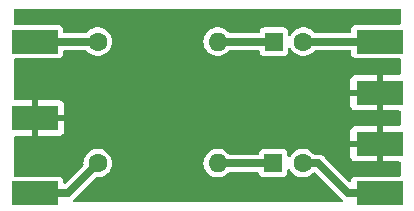
<source format=gbr>
%TF.GenerationSoftware,KiCad,Pcbnew,7.0.7*%
%TF.CreationDate,2023-08-19T03:36:19-07:00*%
%TF.ProjectId,genesis_m2_svideo_simple_standard,67656e65-7369-4735-9f6d-325f73766964,rev?*%
%TF.SameCoordinates,Original*%
%TF.FileFunction,Copper,L1,Top*%
%TF.FilePolarity,Positive*%
%FSLAX46Y46*%
G04 Gerber Fmt 4.6, Leading zero omitted, Abs format (unit mm)*
G04 Created by KiCad (PCBNEW 7.0.7) date 2023-08-19 03:36:19*
%MOMM*%
%LPD*%
G01*
G04 APERTURE LIST*
%TA.AperFunction,ComponentPad*%
%ADD10R,1.600000X1.600000*%
%TD*%
%TA.AperFunction,ComponentPad*%
%ADD11C,1.600000*%
%TD*%
%TA.AperFunction,SMDPad,CuDef*%
%ADD12R,4.006000X2.000000*%
%TD*%
%TA.AperFunction,ComponentPad*%
%ADD13O,1.600000X1.600000*%
%TD*%
%TA.AperFunction,ViaPad*%
%ADD14C,0.800000*%
%TD*%
%TA.AperFunction,Conductor*%
%ADD15C,0.650000*%
%TD*%
G04 APERTURE END LIST*
D10*
%TO.P,C2,1*%
%TO.N,Net-(C2-Pad1)*%
X94869000Y-78867000D03*
D11*
%TO.P,C2,2*%
%TO.N,Net-(J4-Pin_1)*%
X97369000Y-78867000D03*
%TD*%
D12*
%TO.P,J5,1,Pin_1*%
%TO.N,GND*%
X74676000Y-75057000D03*
%TD*%
%TO.P,J4,1,Pin_1*%
%TO.N,Net-(J4-Pin_1)*%
X103883000Y-81407000D03*
%TD*%
%TO.P,J3,1,Pin_1*%
%TO.N,Net-(J3-Pin_1)*%
X103883000Y-68580000D03*
%TD*%
%TO.P,J7,1,Pin_1*%
%TO.N,GND*%
X103883000Y-77216000D03*
%TD*%
D11*
%TO.P,R2,1*%
%TO.N,Net-(J2-Pin_1)*%
X80010000Y-78867000D03*
D13*
%TO.P,R2,2*%
%TO.N,Net-(C2-Pad1)*%
X90170000Y-78867000D03*
%TD*%
D12*
%TO.P,J1,1,Pin_1*%
%TO.N,Net-(J1-Pin_1)*%
X74676000Y-68580000D03*
%TD*%
D11*
%TO.P,R1,1*%
%TO.N,Net-(J1-Pin_1)*%
X80010000Y-68580000D03*
D13*
%TO.P,R1,2*%
%TO.N,Net-(C1-Pad1)*%
X90170000Y-68580000D03*
%TD*%
D10*
%TO.P,C1,1*%
%TO.N,Net-(C1-Pad1)*%
X94909000Y-68580000D03*
D11*
%TO.P,C1,2*%
%TO.N,Net-(J3-Pin_1)*%
X97409000Y-68580000D03*
%TD*%
D12*
%TO.P,J6,1,Pin_1*%
%TO.N,GND*%
X103883000Y-72898000D03*
%TD*%
%TO.P,J2,1,Pin_1*%
%TO.N,Net-(J2-Pin_1)*%
X74676000Y-81407000D03*
%TD*%
D14*
%TO.N,GND*%
X83312000Y-68580000D03*
X86868000Y-68580000D03*
X86868000Y-78867000D03*
X83312000Y-78867000D03*
%TD*%
D15*
%TO.N,Net-(C1-Pad1)*%
X90170000Y-68580000D02*
X94909000Y-68580000D01*
%TO.N,Net-(J3-Pin_1)*%
X97409000Y-68580000D02*
X103883000Y-68580000D01*
%TO.N,Net-(C2-Pad1)*%
X90170000Y-78867000D02*
X94869000Y-78867000D01*
%TO.N,Net-(J4-Pin_1)*%
X98679000Y-78867000D02*
X101219000Y-81407000D01*
X101219000Y-81407000D02*
X103883000Y-81407000D01*
X97369000Y-78867000D02*
X98679000Y-78867000D01*
%TO.N,Net-(J1-Pin_1)*%
X74676000Y-68580000D02*
X80010000Y-68580000D01*
%TO.N,Net-(J2-Pin_1)*%
X77470000Y-81407000D02*
X80010000Y-78867000D01*
X74676000Y-81407000D02*
X77470000Y-81407000D01*
%TD*%
%TA.AperFunction,Conductor*%
%TO.N,GND*%
G36*
X105607039Y-65805685D02*
G01*
X105652794Y-65858489D01*
X105664000Y-65910000D01*
X105664000Y-67055500D01*
X105644315Y-67122539D01*
X105591511Y-67168294D01*
X105540000Y-67179500D01*
X101848482Y-67179500D01*
X101767519Y-67192323D01*
X101754696Y-67194354D01*
X101641658Y-67251950D01*
X101641657Y-67251950D01*
X101641657Y-67251951D01*
X101641652Y-67251954D01*
X101551954Y-67341652D01*
X101551951Y-67341657D01*
X101494352Y-67454698D01*
X101479499Y-67548475D01*
X101479500Y-67730500D01*
X101459815Y-67797539D01*
X101407011Y-67843294D01*
X101355500Y-67854500D01*
X98427226Y-67854500D01*
X98360187Y-67834815D01*
X98328272Y-67805227D01*
X98299979Y-67767762D01*
X98135562Y-67617876D01*
X98135560Y-67617874D01*
X97946404Y-67500754D01*
X97946398Y-67500752D01*
X97738940Y-67420382D01*
X97520243Y-67379500D01*
X97297757Y-67379500D01*
X97079060Y-67420382D01*
X96947864Y-67471207D01*
X96871601Y-67500752D01*
X96871595Y-67500754D01*
X96682439Y-67617874D01*
X96682437Y-67617876D01*
X96518020Y-67767761D01*
X96383943Y-67945308D01*
X96383938Y-67945316D01*
X96344499Y-68024521D01*
X96296996Y-68075758D01*
X96229333Y-68093179D01*
X96162992Y-68071253D01*
X96119038Y-68016941D01*
X96109499Y-67969249D01*
X96109499Y-67945308D01*
X96109499Y-67748482D01*
X96094646Y-67654696D01*
X96037050Y-67541658D01*
X96037046Y-67541654D01*
X96037045Y-67541652D01*
X95947347Y-67451954D01*
X95947344Y-67451952D01*
X95947342Y-67451950D01*
X95870517Y-67412805D01*
X95834301Y-67394352D01*
X95740524Y-67379500D01*
X94077482Y-67379500D01*
X93996519Y-67392323D01*
X93983696Y-67394354D01*
X93870658Y-67451950D01*
X93870657Y-67451951D01*
X93870652Y-67451954D01*
X93780954Y-67541652D01*
X93780951Y-67541657D01*
X93780950Y-67541658D01*
X93777473Y-67548482D01*
X93723352Y-67654698D01*
X93708275Y-67749898D01*
X93678346Y-67813032D01*
X93619035Y-67849964D01*
X93585802Y-67854500D01*
X91188226Y-67854500D01*
X91121187Y-67834815D01*
X91089272Y-67805227D01*
X91060979Y-67767762D01*
X90896562Y-67617876D01*
X90896560Y-67617874D01*
X90707404Y-67500754D01*
X90707398Y-67500752D01*
X90499940Y-67420382D01*
X90281243Y-67379500D01*
X90058757Y-67379500D01*
X89840060Y-67420382D01*
X89708864Y-67471207D01*
X89632601Y-67500752D01*
X89632595Y-67500754D01*
X89443439Y-67617874D01*
X89443437Y-67617876D01*
X89279020Y-67767761D01*
X89144943Y-67945308D01*
X89144938Y-67945316D01*
X89045775Y-68144461D01*
X89045769Y-68144476D01*
X88984885Y-68358462D01*
X88984884Y-68358464D01*
X88964357Y-68579999D01*
X88964357Y-68580000D01*
X88984884Y-68801535D01*
X88984885Y-68801537D01*
X89045769Y-69015523D01*
X89045775Y-69015538D01*
X89144938Y-69214683D01*
X89144943Y-69214691D01*
X89279020Y-69392238D01*
X89443437Y-69542123D01*
X89443439Y-69542125D01*
X89632595Y-69659245D01*
X89632596Y-69659245D01*
X89632599Y-69659247D01*
X89840060Y-69739618D01*
X90058757Y-69780500D01*
X90058759Y-69780500D01*
X90281241Y-69780500D01*
X90281243Y-69780500D01*
X90499940Y-69739618D01*
X90707401Y-69659247D01*
X90896562Y-69542124D01*
X91060981Y-69392236D01*
X91089271Y-69354773D01*
X91145381Y-69313137D01*
X91188226Y-69305500D01*
X93585803Y-69305500D01*
X93652842Y-69325185D01*
X93698597Y-69377989D01*
X93708277Y-69410103D01*
X93708501Y-69411517D01*
X93708501Y-69411518D01*
X93723354Y-69505304D01*
X93780950Y-69618342D01*
X93780952Y-69618344D01*
X93780954Y-69618347D01*
X93870652Y-69708045D01*
X93870654Y-69708046D01*
X93870658Y-69708050D01*
X93983694Y-69765645D01*
X93983698Y-69765647D01*
X94077475Y-69780499D01*
X94077481Y-69780500D01*
X95740518Y-69780499D01*
X95834304Y-69765646D01*
X95947342Y-69708050D01*
X96037050Y-69618342D01*
X96094646Y-69505304D01*
X96094646Y-69505302D01*
X96094647Y-69505301D01*
X96109499Y-69411524D01*
X96109500Y-69411519D01*
X96109499Y-69190749D01*
X96129183Y-69123712D01*
X96181987Y-69077957D01*
X96251145Y-69068013D01*
X96314701Y-69097038D01*
X96344499Y-69135479D01*
X96383938Y-69214683D01*
X96383943Y-69214691D01*
X96518020Y-69392238D01*
X96682437Y-69542123D01*
X96682439Y-69542125D01*
X96871595Y-69659245D01*
X96871596Y-69659245D01*
X96871599Y-69659247D01*
X97079060Y-69739618D01*
X97297757Y-69780500D01*
X97297759Y-69780500D01*
X97520241Y-69780500D01*
X97520243Y-69780500D01*
X97738940Y-69739618D01*
X97946401Y-69659247D01*
X98135562Y-69542124D01*
X98299981Y-69392236D01*
X98328271Y-69354773D01*
X98384381Y-69313137D01*
X98427226Y-69305500D01*
X101355501Y-69305500D01*
X101422540Y-69325185D01*
X101468295Y-69377989D01*
X101479500Y-69429500D01*
X101479501Y-69611518D01*
X101494354Y-69705304D01*
X101551950Y-69818342D01*
X101551952Y-69818344D01*
X101551954Y-69818347D01*
X101641652Y-69908045D01*
X101641654Y-69908046D01*
X101641658Y-69908050D01*
X101754694Y-69965645D01*
X101754698Y-69965647D01*
X101848475Y-69980499D01*
X101848481Y-69980500D01*
X105540000Y-69980499D01*
X105607039Y-70000184D01*
X105652794Y-70052988D01*
X105664000Y-70104499D01*
X105664000Y-71274000D01*
X105644315Y-71341039D01*
X105591511Y-71386794D01*
X105540000Y-71398000D01*
X104133000Y-71398000D01*
X104133000Y-74398000D01*
X105540000Y-74398000D01*
X105607039Y-74417685D01*
X105652794Y-74470489D01*
X105664000Y-74522000D01*
X105664000Y-75592000D01*
X105644315Y-75659039D01*
X105591511Y-75704794D01*
X105540000Y-75716000D01*
X104133000Y-75716000D01*
X104133000Y-78716000D01*
X105540000Y-78716000D01*
X105607039Y-78735685D01*
X105652794Y-78788489D01*
X105664000Y-78840000D01*
X105664000Y-79882500D01*
X105644315Y-79949539D01*
X105591511Y-79995294D01*
X105540000Y-80006500D01*
X101848482Y-80006500D01*
X101767519Y-80019323D01*
X101754696Y-80021354D01*
X101641658Y-80078950D01*
X101641657Y-80078951D01*
X101641652Y-80078954D01*
X101551954Y-80168652D01*
X101551951Y-80168657D01*
X101494352Y-80281698D01*
X101481198Y-80364750D01*
X101451268Y-80427885D01*
X101391956Y-80464815D01*
X101322094Y-80463817D01*
X101271044Y-80433032D01*
X99235769Y-78397758D01*
X99223988Y-78384125D01*
X99217986Y-78376063D01*
X99210305Y-78365745D01*
X99210302Y-78365743D01*
X99210302Y-78365742D01*
X99171665Y-78333321D01*
X99167679Y-78329668D01*
X99162128Y-78324116D01*
X99162123Y-78324112D01*
X99137277Y-78304467D01*
X99136650Y-78303941D01*
X99080383Y-78256727D01*
X99080380Y-78256725D01*
X99074348Y-78252758D01*
X99074401Y-78252676D01*
X99068656Y-78249017D01*
X99068605Y-78249100D01*
X99062458Y-78245308D01*
X98995183Y-78213938D01*
X98928821Y-78180610D01*
X98922035Y-78178140D01*
X98922067Y-78178050D01*
X98915641Y-78175816D01*
X98915611Y-78175908D01*
X98908755Y-78173636D01*
X98836050Y-78158623D01*
X98763792Y-78141498D01*
X98756624Y-78140661D01*
X98756635Y-78140564D01*
X98749867Y-78139872D01*
X98749859Y-78139969D01*
X98742668Y-78139339D01*
X98668432Y-78141500D01*
X98387226Y-78141500D01*
X98320187Y-78121815D01*
X98288272Y-78092227D01*
X98259979Y-78054762D01*
X98095562Y-77904876D01*
X98095560Y-77904874D01*
X97906404Y-77787754D01*
X97906398Y-77787752D01*
X97698940Y-77707382D01*
X97480243Y-77666500D01*
X97257757Y-77666500D01*
X97039060Y-77707382D01*
X96907864Y-77758207D01*
X96831601Y-77787752D01*
X96831595Y-77787754D01*
X96642439Y-77904874D01*
X96642437Y-77904876D01*
X96478020Y-78054761D01*
X96343943Y-78232308D01*
X96343938Y-78232316D01*
X96304499Y-78311521D01*
X96256996Y-78362758D01*
X96189333Y-78380179D01*
X96122992Y-78358253D01*
X96079038Y-78303941D01*
X96069499Y-78256249D01*
X96069499Y-78158623D01*
X96069499Y-78035482D01*
X96054646Y-77941696D01*
X95997050Y-77828658D01*
X95997046Y-77828654D01*
X95997045Y-77828652D01*
X95907347Y-77738954D01*
X95907344Y-77738952D01*
X95907342Y-77738950D01*
X95830517Y-77699805D01*
X95794301Y-77681352D01*
X95700524Y-77666500D01*
X94037482Y-77666500D01*
X93956519Y-77679323D01*
X93943696Y-77681354D01*
X93830658Y-77738950D01*
X93830657Y-77738951D01*
X93830652Y-77738954D01*
X93740954Y-77828652D01*
X93740951Y-77828657D01*
X93683352Y-77941698D01*
X93668275Y-78036898D01*
X93638346Y-78100032D01*
X93579035Y-78136964D01*
X93545802Y-78141500D01*
X91188226Y-78141500D01*
X91121187Y-78121815D01*
X91089272Y-78092227D01*
X91060979Y-78054762D01*
X90896562Y-77904876D01*
X90896560Y-77904874D01*
X90707404Y-77787754D01*
X90707398Y-77787752D01*
X90499940Y-77707382D01*
X90281243Y-77666500D01*
X90058757Y-77666500D01*
X89840060Y-77707382D01*
X89708864Y-77758207D01*
X89632601Y-77787752D01*
X89632595Y-77787754D01*
X89443439Y-77904874D01*
X89443437Y-77904876D01*
X89279020Y-78054761D01*
X89144943Y-78232308D01*
X89144938Y-78232316D01*
X89045775Y-78431461D01*
X89045769Y-78431476D01*
X88984885Y-78645462D01*
X88984884Y-78645464D01*
X88964357Y-78866999D01*
X88964357Y-78867000D01*
X88984884Y-79088535D01*
X88984885Y-79088537D01*
X89045769Y-79302523D01*
X89045775Y-79302538D01*
X89144938Y-79501683D01*
X89144943Y-79501691D01*
X89279020Y-79679238D01*
X89443437Y-79829123D01*
X89443439Y-79829125D01*
X89632595Y-79946245D01*
X89632596Y-79946245D01*
X89632599Y-79946247D01*
X89840060Y-80026618D01*
X90058757Y-80067500D01*
X90058759Y-80067500D01*
X90281241Y-80067500D01*
X90281243Y-80067500D01*
X90499940Y-80026618D01*
X90707401Y-79946247D01*
X90896562Y-79829124D01*
X91060981Y-79679236D01*
X91089271Y-79641773D01*
X91145381Y-79600137D01*
X91188226Y-79592500D01*
X93545803Y-79592500D01*
X93612842Y-79612185D01*
X93658597Y-79664989D01*
X93668277Y-79697103D01*
X93668501Y-79698517D01*
X93668501Y-79698518D01*
X93683354Y-79792304D01*
X93740950Y-79905342D01*
X93740952Y-79905344D01*
X93740954Y-79905347D01*
X93830652Y-79995045D01*
X93830654Y-79995046D01*
X93830658Y-79995050D01*
X93943694Y-80052645D01*
X93943698Y-80052647D01*
X94037475Y-80067499D01*
X94037481Y-80067500D01*
X95700518Y-80067499D01*
X95794304Y-80052646D01*
X95907342Y-79995050D01*
X95997050Y-79905342D01*
X96054646Y-79792304D01*
X96054646Y-79792302D01*
X96054647Y-79792301D01*
X96069499Y-79698524D01*
X96069500Y-79698519D01*
X96069499Y-79477749D01*
X96089183Y-79410712D01*
X96141987Y-79364957D01*
X96211145Y-79355013D01*
X96274701Y-79384038D01*
X96304499Y-79422479D01*
X96343938Y-79501683D01*
X96343943Y-79501691D01*
X96478020Y-79679238D01*
X96642437Y-79829123D01*
X96642439Y-79829125D01*
X96831595Y-79946245D01*
X96831596Y-79946245D01*
X96831599Y-79946247D01*
X97039060Y-80026618D01*
X97257757Y-80067500D01*
X97257759Y-80067500D01*
X97480241Y-80067500D01*
X97480243Y-80067500D01*
X97698940Y-80026618D01*
X97906401Y-79946247D01*
X98095562Y-79829124D01*
X98259981Y-79679236D01*
X98262407Y-79676022D01*
X98318512Y-79634382D01*
X98388224Y-79629684D01*
X98449048Y-79663060D01*
X100662231Y-81876243D01*
X100674007Y-81889868D01*
X100687698Y-81908258D01*
X100687699Y-81908259D01*
X100687700Y-81908260D01*
X100726327Y-81940673D01*
X100730316Y-81944328D01*
X100735871Y-81949883D01*
X100738571Y-81952286D01*
X100737328Y-81953682D01*
X100773487Y-82004630D01*
X100776700Y-82074426D01*
X100741669Y-82134879D01*
X100679515Y-82166796D01*
X100656242Y-82169000D01*
X78035979Y-82169000D01*
X77968940Y-82149315D01*
X77923185Y-82096511D01*
X77913241Y-82027353D01*
X77942266Y-81963797D01*
X77945783Y-81959908D01*
X77963929Y-81940673D01*
X77990468Y-81912543D01*
X79799715Y-80103295D01*
X79861036Y-80069812D01*
X79893024Y-80067862D01*
X79893024Y-80067500D01*
X80121241Y-80067500D01*
X80121243Y-80067500D01*
X80339940Y-80026618D01*
X80547401Y-79946247D01*
X80736562Y-79829124D01*
X80900981Y-79679236D01*
X81035058Y-79501689D01*
X81134229Y-79302528D01*
X81195115Y-79088536D01*
X81215643Y-78867000D01*
X81195115Y-78645464D01*
X81134229Y-78431472D01*
X81134224Y-78431461D01*
X81035061Y-78232316D01*
X81035056Y-78232308D01*
X80900979Y-78054761D01*
X80736562Y-77904876D01*
X80736560Y-77904874D01*
X80547404Y-77787754D01*
X80547398Y-77787752D01*
X80339940Y-77707382D01*
X80121243Y-77666500D01*
X79898757Y-77666500D01*
X79680060Y-77707382D01*
X79548864Y-77758207D01*
X79472601Y-77787752D01*
X79472595Y-77787754D01*
X79283439Y-77904874D01*
X79283437Y-77904876D01*
X79119020Y-78054761D01*
X78984943Y-78232308D01*
X78984938Y-78232316D01*
X78885775Y-78431461D01*
X78885769Y-78431476D01*
X78824885Y-78645462D01*
X78824884Y-78645464D01*
X78804357Y-78866999D01*
X78804357Y-78867001D01*
X78814219Y-78973435D01*
X78800804Y-79042005D01*
X78778429Y-79072557D01*
X77291180Y-80559808D01*
X77229857Y-80593293D01*
X77160166Y-80588309D01*
X77104232Y-80546437D01*
X77079815Y-80480973D01*
X77079499Y-80472127D01*
X77079499Y-80375482D01*
X77077799Y-80364750D01*
X77064646Y-80281696D01*
X77007050Y-80168658D01*
X77007046Y-80168654D01*
X77007045Y-80168652D01*
X76917347Y-80078954D01*
X76917344Y-80078952D01*
X76917342Y-80078950D01*
X76840517Y-80039805D01*
X76804301Y-80021352D01*
X76710524Y-80006500D01*
X76710519Y-80006500D01*
X73022000Y-80006500D01*
X72954961Y-79986815D01*
X72909206Y-79934011D01*
X72898000Y-79882500D01*
X72898000Y-77466000D01*
X101380000Y-77466000D01*
X101380000Y-78263844D01*
X101386401Y-78323372D01*
X101386403Y-78323379D01*
X101436645Y-78458086D01*
X101436649Y-78458093D01*
X101522809Y-78573187D01*
X101522812Y-78573190D01*
X101637906Y-78659350D01*
X101637913Y-78659354D01*
X101772620Y-78709596D01*
X101772627Y-78709598D01*
X101832155Y-78715999D01*
X101832172Y-78716000D01*
X103633000Y-78716000D01*
X103633000Y-77466000D01*
X101380000Y-77466000D01*
X72898000Y-77466000D01*
X72898000Y-76966000D01*
X101380000Y-76966000D01*
X103633000Y-76966000D01*
X103633000Y-75716000D01*
X101832155Y-75716000D01*
X101772627Y-75722401D01*
X101772620Y-75722403D01*
X101637913Y-75772645D01*
X101637906Y-75772649D01*
X101522812Y-75858809D01*
X101522809Y-75858812D01*
X101436649Y-75973906D01*
X101436645Y-75973913D01*
X101386403Y-76108620D01*
X101386401Y-76108627D01*
X101380000Y-76168155D01*
X101380000Y-76966000D01*
X72898000Y-76966000D01*
X72898000Y-76681000D01*
X72917685Y-76613961D01*
X72970489Y-76568206D01*
X73022000Y-76557000D01*
X74426000Y-76557000D01*
X74426000Y-75307000D01*
X74926000Y-75307000D01*
X74926000Y-76557000D01*
X76726828Y-76557000D01*
X76726844Y-76556999D01*
X76786372Y-76550598D01*
X76786379Y-76550596D01*
X76921086Y-76500354D01*
X76921093Y-76500350D01*
X77036187Y-76414190D01*
X77036190Y-76414187D01*
X77122350Y-76299093D01*
X77122354Y-76299086D01*
X77172596Y-76164379D01*
X77172598Y-76164372D01*
X77178999Y-76104844D01*
X77179000Y-76104827D01*
X77179000Y-75307000D01*
X74926000Y-75307000D01*
X74426000Y-75307000D01*
X74426000Y-73557000D01*
X74926000Y-73557000D01*
X74926000Y-74807000D01*
X77179000Y-74807000D01*
X77179000Y-74009172D01*
X77178999Y-74009155D01*
X77172598Y-73949627D01*
X77172596Y-73949620D01*
X77122354Y-73814913D01*
X77122350Y-73814906D01*
X77036190Y-73699812D01*
X77036187Y-73699809D01*
X76921093Y-73613649D01*
X76921086Y-73613645D01*
X76786379Y-73563403D01*
X76786372Y-73563401D01*
X76726844Y-73557000D01*
X74926000Y-73557000D01*
X74426000Y-73557000D01*
X73022000Y-73557000D01*
X72954961Y-73537315D01*
X72909206Y-73484511D01*
X72898000Y-73433000D01*
X72898000Y-73148000D01*
X101380000Y-73148000D01*
X101380000Y-73945844D01*
X101386401Y-74005372D01*
X101386403Y-74005379D01*
X101436645Y-74140086D01*
X101436649Y-74140093D01*
X101522809Y-74255187D01*
X101522812Y-74255190D01*
X101637906Y-74341350D01*
X101637913Y-74341354D01*
X101772620Y-74391596D01*
X101772627Y-74391598D01*
X101832155Y-74397999D01*
X101832172Y-74398000D01*
X103633000Y-74398000D01*
X103633000Y-73148000D01*
X101380000Y-73148000D01*
X72898000Y-73148000D01*
X72898000Y-72648000D01*
X101380000Y-72648000D01*
X103633000Y-72648000D01*
X103633000Y-71398000D01*
X101832155Y-71398000D01*
X101772627Y-71404401D01*
X101772620Y-71404403D01*
X101637913Y-71454645D01*
X101637906Y-71454649D01*
X101522812Y-71540809D01*
X101522809Y-71540812D01*
X101436649Y-71655906D01*
X101436645Y-71655913D01*
X101386403Y-71790620D01*
X101386401Y-71790627D01*
X101380000Y-71850155D01*
X101380000Y-72648000D01*
X72898000Y-72648000D01*
X72898000Y-70104499D01*
X72917685Y-70037460D01*
X72970489Y-69991705D01*
X73022000Y-69980499D01*
X76710517Y-69980499D01*
X76710518Y-69980499D01*
X76804304Y-69965646D01*
X76917342Y-69908050D01*
X77007050Y-69818342D01*
X77064646Y-69705304D01*
X77064646Y-69705302D01*
X77064647Y-69705301D01*
X77079500Y-69611524D01*
X77079500Y-69429500D01*
X77099185Y-69362461D01*
X77151989Y-69316706D01*
X77203500Y-69305500D01*
X78991774Y-69305500D01*
X79058813Y-69325185D01*
X79090728Y-69354773D01*
X79119019Y-69392236D01*
X79243048Y-69505304D01*
X79283437Y-69542123D01*
X79283439Y-69542125D01*
X79472595Y-69659245D01*
X79472596Y-69659245D01*
X79472599Y-69659247D01*
X79680060Y-69739618D01*
X79898757Y-69780500D01*
X79898759Y-69780500D01*
X80121241Y-69780500D01*
X80121243Y-69780500D01*
X80339940Y-69739618D01*
X80547401Y-69659247D01*
X80736562Y-69542124D01*
X80900981Y-69392236D01*
X81035058Y-69214689D01*
X81134229Y-69015528D01*
X81195115Y-68801536D01*
X81215643Y-68580000D01*
X81195115Y-68358464D01*
X81134229Y-68144472D01*
X81108688Y-68093179D01*
X81035061Y-67945316D01*
X81035056Y-67945308D01*
X80900979Y-67767761D01*
X80736562Y-67617876D01*
X80736560Y-67617874D01*
X80547404Y-67500754D01*
X80547398Y-67500752D01*
X80339940Y-67420382D01*
X80121243Y-67379500D01*
X79898757Y-67379500D01*
X79680060Y-67420382D01*
X79548864Y-67471207D01*
X79472601Y-67500752D01*
X79472595Y-67500754D01*
X79283439Y-67617874D01*
X79283437Y-67617876D01*
X79119020Y-67767762D01*
X79090728Y-67805227D01*
X79034619Y-67846863D01*
X78991774Y-67854500D01*
X77203499Y-67854500D01*
X77136460Y-67834815D01*
X77090705Y-67782011D01*
X77079499Y-67730500D01*
X77079499Y-67548482D01*
X77071940Y-67500753D01*
X77064646Y-67454696D01*
X77007050Y-67341658D01*
X77007046Y-67341654D01*
X77007045Y-67341652D01*
X76917347Y-67251954D01*
X76917344Y-67251952D01*
X76917342Y-67251950D01*
X76840517Y-67212805D01*
X76804301Y-67194352D01*
X76710524Y-67179500D01*
X76710519Y-67179500D01*
X73022000Y-67179500D01*
X72954961Y-67159815D01*
X72909206Y-67107011D01*
X72898000Y-67055500D01*
X72898000Y-65910000D01*
X72917685Y-65842961D01*
X72970489Y-65797206D01*
X73022000Y-65786000D01*
X105540000Y-65786000D01*
X105607039Y-65805685D01*
G37*
%TD.AperFunction*%
%TD*%
M02*

</source>
